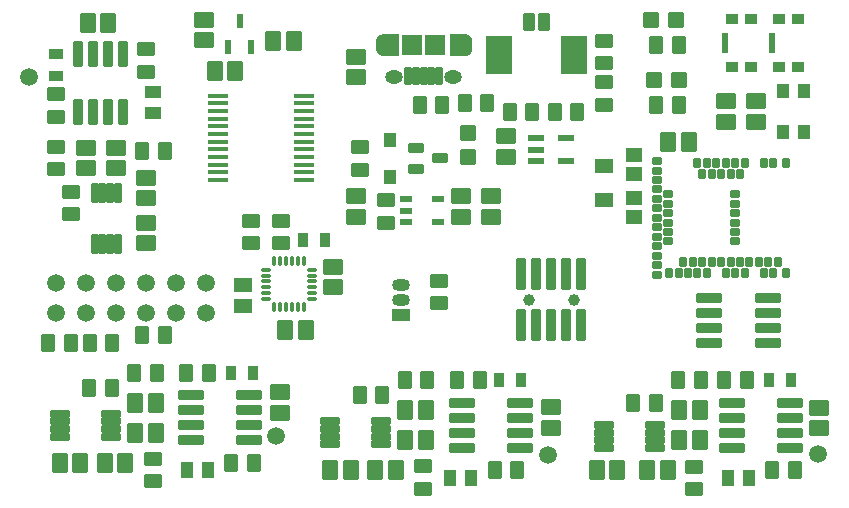
<source format=gbr>
%TF.GenerationSoftware,KiCad,Pcbnew,7.0.10*%
%TF.CreationDate,2024-11-19T10:35:13-08:00*%
%TF.ProjectId,pcb,7063622e-6b69-4636-9164-5f7063625858,rev?*%
%TF.SameCoordinates,Original*%
%TF.FileFunction,Soldermask,Top*%
%TF.FilePolarity,Negative*%
%FSLAX46Y46*%
G04 Gerber Fmt 4.6, Leading zero omitted, Abs format (unit mm)*
G04 Created by KiCad (PCBNEW 7.0.10) date 2024-11-19 10:35:13*
%MOMM*%
%LPD*%
G01*
G04 APERTURE LIST*
G04 Aperture macros list*
%AMRoundRect*
0 Rectangle with rounded corners*
0 $1 Rounding radius*
0 $2 $3 $4 $5 $6 $7 $8 $9 X,Y pos of 4 corners*
0 Add a 4 corners polygon primitive as box body*
4,1,4,$2,$3,$4,$5,$6,$7,$8,$9,$2,$3,0*
0 Add four circle primitives for the rounded corners*
1,1,$1+$1,$2,$3*
1,1,$1+$1,$4,$5*
1,1,$1+$1,$6,$7*
1,1,$1+$1,$8,$9*
0 Add four rect primitives between the rounded corners*
20,1,$1+$1,$2,$3,$4,$5,0*
20,1,$1+$1,$4,$5,$6,$7,0*
20,1,$1+$1,$6,$7,$8,$9,0*
20,1,$1+$1,$8,$9,$2,$3,0*%
G04 Aperture macros list end*
%ADD10C,0.010000*%
%ADD11O,1.495000X1.520000*%
%ADD12RoundRect,0.102000X-0.735000X0.580000X-0.735000X-0.580000X0.735000X-0.580000X0.735000X0.580000X0*%
%ADD13RoundRect,0.102000X0.580000X0.735000X-0.580000X0.735000X-0.580000X-0.735000X0.580000X-0.735000X0*%
%ADD14R,0.855600X1.250000*%
%ADD15RoundRect,0.102000X0.600000X-0.550000X0.600000X0.550000X-0.600000X0.550000X-0.600000X-0.550000X0*%
%ADD16RoundRect,0.102000X-0.460000X-0.690000X0.460000X-0.690000X0.460000X0.690000X-0.460000X0.690000X0*%
%ADD17R,1.117600X1.447800*%
%ADD18RoundRect,0.102000X-0.580000X-0.735000X0.580000X-0.735000X0.580000X0.735000X-0.580000X0.735000X0*%
%ADD19RoundRect,0.102000X0.735000X-0.580000X0.735000X0.580000X-0.735000X0.580000X-0.735000X-0.580000X0*%
%ADD20R,1.500000X1.050000*%
%ADD21O,1.500000X1.050000*%
%ADD22RoundRect,0.102000X-0.690000X0.460000X-0.690000X-0.460000X0.690000X-0.460000X0.690000X0.460000X0*%
%ADD23R,1.250000X0.855600*%
%ADD24R,1.320800X0.508000*%
%ADD25RoundRect,0.102000X0.690000X-0.525000X0.690000X0.525000X-0.690000X0.525000X-0.690000X-0.525000X0*%
%ADD26RoundRect,0.101750X-0.590250X-0.305250X0.590250X-0.305250X0.590250X0.305250X-0.590250X0.305250X0*%
%ADD27RoundRect,0.085500X-0.751500X-0.256500X0.751500X-0.256500X0.751500X0.256500X-0.751500X0.256500X0*%
%ADD28RoundRect,0.102000X0.460000X0.690000X-0.460000X0.690000X-0.460000X-0.690000X0.460000X-0.690000X0*%
%ADD29RoundRect,0.102000X-0.550000X-0.600000X0.550000X-0.600000X0.550000X0.600000X-0.550000X0.600000X0*%
%ADD30RoundRect,0.102000X-0.985000X-0.285000X0.985000X-0.285000X0.985000X0.285000X-0.985000X0.285000X0*%
%ADD31RoundRect,0.085500X0.256500X-0.751500X0.256500X0.751500X-0.256500X0.751500X-0.256500X-0.751500X0*%
%ADD32R,1.449997X1.305598*%
%ADD33RoundRect,0.102000X0.690000X-0.460000X0.690000X0.460000X-0.690000X0.460000X-0.690000X-0.460000X0*%
%ADD34RoundRect,0.102000X0.285000X-0.985000X0.285000X0.985000X-0.285000X0.985000X-0.285000X-0.985000X0*%
%ADD35RoundRect,0.076200X-0.400000X-0.650000X0.400000X-0.650000X0.400000X0.650000X-0.400000X0.650000X0*%
%ADD36RoundRect,0.076200X-1.050000X-1.500000X1.050000X-1.500000X1.050000X1.500000X-1.050000X1.500000X0*%
%ADD37R,1.092200X1.143000*%
%ADD38RoundRect,0.102000X-0.200000X0.300000X-0.200000X-0.300000X0.200000X-0.300000X0.200000X0.300000X0*%
%ADD39RoundRect,0.102000X-0.300000X0.200000X-0.300000X-0.200000X0.300000X-0.200000X0.300000X0.200000X0*%
%ADD40R,1.600200X1.168400*%
%ADD41C,1.000000*%
%ADD42RoundRect,0.050800X0.380000X1.300000X-0.380000X1.300000X-0.380000X-1.300000X0.380000X-1.300000X0*%
%ADD43R,0.990600X0.889000*%
%ADD44R,0.558800X1.701800*%
%ADD45RoundRect,0.075000X-0.350000X-0.075000X0.350000X-0.075000X0.350000X0.075000X-0.350000X0.075000X0*%
%ADD46RoundRect,0.075000X0.075000X-0.350000X0.075000X0.350000X-0.075000X0.350000X-0.075000X-0.350000X0*%
%ADD47R,1.447800X1.117600*%
%ADD48R,1.663700X0.431800*%
%ADD49RoundRect,0.102000X0.425000X-0.500000X0.425000X0.500000X-0.425000X0.500000X-0.425000X-0.500000X0*%
%ADD50R,0.558800X1.193800*%
%ADD51RoundRect,0.102000X0.200000X0.675000X-0.200000X0.675000X-0.200000X-0.675000X0.200000X-0.675000X0*%
%ADD52RoundRect,0.102000X0.750000X0.775000X-0.750000X0.775000X-0.750000X-0.775000X0.750000X-0.775000X0*%
%ADD53O,1.504000X1.154000*%
%ADD54R,1.003300X0.508000*%
G04 APERTURE END LIST*
%TO.C,J1*%
D10*
X166069317Y-88190340D02*
X166101317Y-88192340D01*
X166132317Y-88196340D01*
X166163317Y-88202340D01*
X166193317Y-88209340D01*
X166223317Y-88218340D01*
X166253317Y-88229340D01*
X166282317Y-88241340D01*
X166310317Y-88254340D01*
X166338317Y-88269340D01*
X166365317Y-88286340D01*
X166391317Y-88304340D01*
X166416317Y-88323340D01*
X166439317Y-88343340D01*
X166462317Y-88365340D01*
X166484317Y-88388340D01*
X166504317Y-88411340D01*
X166523317Y-88436340D01*
X166541317Y-88462340D01*
X166558317Y-88489340D01*
X166573317Y-88517340D01*
X166586317Y-88545340D01*
X166598317Y-88574340D01*
X166609317Y-88604340D01*
X166618317Y-88634340D01*
X166625317Y-88664340D01*
X166631317Y-88695340D01*
X166635317Y-88726340D01*
X166637317Y-88758340D01*
X166638317Y-88789340D01*
X166638317Y-89339340D01*
X166637317Y-89370340D01*
X166635317Y-89402340D01*
X166631317Y-89433340D01*
X166625317Y-89464340D01*
X166618317Y-89494340D01*
X166609317Y-89524340D01*
X166598317Y-89554340D01*
X166586317Y-89583340D01*
X166573317Y-89611340D01*
X166558317Y-89639340D01*
X166541317Y-89666340D01*
X166523317Y-89692340D01*
X166504317Y-89717340D01*
X166484317Y-89740340D01*
X166462317Y-89763340D01*
X166439317Y-89785340D01*
X166416317Y-89805340D01*
X166391317Y-89824340D01*
X166365317Y-89842340D01*
X166338317Y-89859340D01*
X166310317Y-89874340D01*
X166282317Y-89887340D01*
X166253317Y-89899340D01*
X166223317Y-89910340D01*
X166193317Y-89919340D01*
X166163317Y-89926340D01*
X166132317Y-89932340D01*
X166101317Y-89936340D01*
X166069317Y-89938340D01*
X166038317Y-89939340D01*
X164793317Y-89939340D01*
X164793317Y-88189340D01*
X166038317Y-88189340D01*
X166069317Y-88190340D01*
G36*
X166069317Y-88190340D02*
G01*
X166101317Y-88192340D01*
X166132317Y-88196340D01*
X166163317Y-88202340D01*
X166193317Y-88209340D01*
X166223317Y-88218340D01*
X166253317Y-88229340D01*
X166282317Y-88241340D01*
X166310317Y-88254340D01*
X166338317Y-88269340D01*
X166365317Y-88286340D01*
X166391317Y-88304340D01*
X166416317Y-88323340D01*
X166439317Y-88343340D01*
X166462317Y-88365340D01*
X166484317Y-88388340D01*
X166504317Y-88411340D01*
X166523317Y-88436340D01*
X166541317Y-88462340D01*
X166558317Y-88489340D01*
X166573317Y-88517340D01*
X166586317Y-88545340D01*
X166598317Y-88574340D01*
X166609317Y-88604340D01*
X166618317Y-88634340D01*
X166625317Y-88664340D01*
X166631317Y-88695340D01*
X166635317Y-88726340D01*
X166637317Y-88758340D01*
X166638317Y-88789340D01*
X166638317Y-89339340D01*
X166637317Y-89370340D01*
X166635317Y-89402340D01*
X166631317Y-89433340D01*
X166625317Y-89464340D01*
X166618317Y-89494340D01*
X166609317Y-89524340D01*
X166598317Y-89554340D01*
X166586317Y-89583340D01*
X166573317Y-89611340D01*
X166558317Y-89639340D01*
X166541317Y-89666340D01*
X166523317Y-89692340D01*
X166504317Y-89717340D01*
X166484317Y-89740340D01*
X166462317Y-89763340D01*
X166439317Y-89785340D01*
X166416317Y-89805340D01*
X166391317Y-89824340D01*
X166365317Y-89842340D01*
X166338317Y-89859340D01*
X166310317Y-89874340D01*
X166282317Y-89887340D01*
X166253317Y-89899340D01*
X166223317Y-89910340D01*
X166193317Y-89919340D01*
X166163317Y-89926340D01*
X166132317Y-89932340D01*
X166101317Y-89936340D01*
X166069317Y-89938340D01*
X166038317Y-89939340D01*
X164793317Y-89939340D01*
X164793317Y-88189340D01*
X166038317Y-88189340D01*
X166069317Y-88190340D01*
G37*
X160393317Y-89939340D02*
X159148317Y-89939340D01*
X159117317Y-89938340D01*
X159085317Y-89936340D01*
X159054317Y-89932340D01*
X159023317Y-89926340D01*
X158993317Y-89919340D01*
X158963317Y-89910340D01*
X158933317Y-89899340D01*
X158904317Y-89887340D01*
X158876317Y-89874340D01*
X158848317Y-89859340D01*
X158821317Y-89842340D01*
X158795317Y-89824340D01*
X158770317Y-89805340D01*
X158747317Y-89785340D01*
X158724317Y-89763340D01*
X158702317Y-89740340D01*
X158682317Y-89717340D01*
X158663317Y-89692340D01*
X158645317Y-89666340D01*
X158628317Y-89639340D01*
X158613317Y-89611340D01*
X158600317Y-89583340D01*
X158588317Y-89554340D01*
X158577317Y-89524340D01*
X158568317Y-89494340D01*
X158561317Y-89464340D01*
X158555317Y-89433340D01*
X158551317Y-89402340D01*
X158549317Y-89370340D01*
X158548317Y-89339340D01*
X158548317Y-88789340D01*
X158549317Y-88758340D01*
X158551317Y-88726340D01*
X158555317Y-88695340D01*
X158561317Y-88664340D01*
X158568317Y-88634340D01*
X158577317Y-88604340D01*
X158588317Y-88574340D01*
X158600317Y-88545340D01*
X158613317Y-88517340D01*
X158628317Y-88489340D01*
X158645317Y-88462340D01*
X158663317Y-88436340D01*
X158682317Y-88411340D01*
X158702317Y-88388340D01*
X158724317Y-88365340D01*
X158747317Y-88343340D01*
X158770317Y-88323340D01*
X158795317Y-88304340D01*
X158821317Y-88286340D01*
X158848317Y-88269340D01*
X158876317Y-88254340D01*
X158904317Y-88241340D01*
X158933317Y-88229340D01*
X158963317Y-88218340D01*
X158993317Y-88209340D01*
X159023317Y-88202340D01*
X159054317Y-88196340D01*
X159085317Y-88192340D01*
X159117317Y-88190340D01*
X159148317Y-88189340D01*
X160393317Y-88189340D01*
X160393317Y-89939340D01*
G36*
X160393317Y-89939340D02*
G01*
X159148317Y-89939340D01*
X159117317Y-89938340D01*
X159085317Y-89936340D01*
X159054317Y-89932340D01*
X159023317Y-89926340D01*
X158993317Y-89919340D01*
X158963317Y-89910340D01*
X158933317Y-89899340D01*
X158904317Y-89887340D01*
X158876317Y-89874340D01*
X158848317Y-89859340D01*
X158821317Y-89842340D01*
X158795317Y-89824340D01*
X158770317Y-89805340D01*
X158747317Y-89785340D01*
X158724317Y-89763340D01*
X158702317Y-89740340D01*
X158682317Y-89717340D01*
X158663317Y-89692340D01*
X158645317Y-89666340D01*
X158628317Y-89639340D01*
X158613317Y-89611340D01*
X158600317Y-89583340D01*
X158588317Y-89554340D01*
X158577317Y-89524340D01*
X158568317Y-89494340D01*
X158561317Y-89464340D01*
X158555317Y-89433340D01*
X158551317Y-89402340D01*
X158549317Y-89370340D01*
X158548317Y-89339340D01*
X158548317Y-88789340D01*
X158549317Y-88758340D01*
X158551317Y-88726340D01*
X158555317Y-88695340D01*
X158561317Y-88664340D01*
X158568317Y-88634340D01*
X158577317Y-88604340D01*
X158588317Y-88574340D01*
X158600317Y-88545340D01*
X158613317Y-88517340D01*
X158628317Y-88489340D01*
X158645317Y-88462340D01*
X158663317Y-88436340D01*
X158682317Y-88411340D01*
X158702317Y-88388340D01*
X158724317Y-88365340D01*
X158747317Y-88343340D01*
X158770317Y-88323340D01*
X158795317Y-88304340D01*
X158821317Y-88286340D01*
X158848317Y-88269340D01*
X158876317Y-88254340D01*
X158904317Y-88241340D01*
X158933317Y-88229340D01*
X158963317Y-88218340D01*
X158993317Y-88209340D01*
X159023317Y-88202340D01*
X159054317Y-88196340D01*
X159085317Y-88192340D01*
X159117317Y-88190340D01*
X159148317Y-88189340D01*
X160393317Y-88189340D01*
X160393317Y-89939340D01*
G37*
%TD*%
D11*
%TO.C,U19*%
X196000000Y-123730000D03*
%TD*%
%TO.C,U18*%
X173150000Y-123810000D03*
%TD*%
%TO.C,U17*%
X129180000Y-91840000D03*
%TD*%
%TO.C,U16*%
X150050000Y-122230000D03*
%TD*%
D12*
%TO.C,C45*%
X143970000Y-86965000D03*
X143970000Y-88715000D03*
%TD*%
D13*
%TO.C,C44*%
X144885000Y-91310000D03*
X146635000Y-91310000D03*
%TD*%
%TO.C,C43*%
X151615000Y-88770000D03*
X149865000Y-88770000D03*
%TD*%
D14*
%TO.C,C22*%
X168959400Y-117475000D03*
X170815000Y-117475000D03*
%TD*%
D15*
%TO.C,D3*%
X166370000Y-96520000D03*
X166370000Y-98620000D03*
%TD*%
D16*
%TO.C,R3*%
X180335000Y-119405000D03*
X182245000Y-119405000D03*
%TD*%
D14*
%TO.C,C32*%
X191862200Y-117500000D03*
X193717800Y-117500000D03*
%TD*%
D13*
%TO.C,C4*%
X162800000Y-122555000D03*
X161050000Y-122555000D03*
%TD*%
D17*
%TO.C,C33*%
X188328300Y-125730000D03*
X190131700Y-125730000D03*
%TD*%
D13*
%TO.C,C15*%
X162800000Y-120015000D03*
X161050000Y-120015000D03*
%TD*%
D18*
%TO.C,C19*%
X158510000Y-125095000D03*
X160260000Y-125095000D03*
%TD*%
D19*
%TO.C,C28*%
X139065000Y-105890000D03*
X139065000Y-104140000D03*
%TD*%
D13*
%TO.C,C2*%
X152640000Y-113194340D03*
X150890000Y-113194340D03*
%TD*%
D20*
%TO.C,U2*%
X160689117Y-111924340D03*
D21*
X160689117Y-110654340D03*
X160689117Y-109384340D03*
%TD*%
D22*
%TO.C,R26*%
X150495000Y-103984340D03*
X150495000Y-105894340D03*
%TD*%
D23*
%TO.C,C29*%
X131445000Y-91732800D03*
X131445000Y-89877200D03*
%TD*%
D22*
%TO.C,R11*%
X185485000Y-124800000D03*
X185485000Y-126710000D03*
%TD*%
D24*
%TO.C,U8*%
X172085000Y-97004339D03*
X172085000Y-97954340D03*
X172085000Y-98904341D03*
X174675800Y-98904341D03*
X174675800Y-97004339D03*
%TD*%
D25*
%TO.C,C1*%
X147320000Y-111200140D03*
X147320000Y-109424140D03*
%TD*%
D16*
%TO.C,R22*%
X138745000Y-113665000D03*
X140655000Y-113665000D03*
%TD*%
%TO.C,R9*%
X169894117Y-94779340D03*
X171804117Y-94779340D03*
%TD*%
D26*
%TO.C,Q3*%
X161908317Y-97789340D03*
X161908317Y-99619340D03*
X163958317Y-98704340D03*
%TD*%
D16*
%TO.C,R20*%
X138745000Y-98030000D03*
X140655000Y-98030000D03*
%TD*%
D27*
%TO.C,U5*%
X154695000Y-120945000D03*
X154695000Y-121595000D03*
X154695000Y-122245000D03*
X154695000Y-122895000D03*
X158995000Y-122895000D03*
X158995000Y-122245000D03*
X158995000Y-121595000D03*
X158995000Y-120945000D03*
%TD*%
D12*
%TO.C,C38*%
X154940000Y-107874340D03*
X154940000Y-109624340D03*
%TD*%
D28*
%TO.C,R13*%
X162880000Y-117475000D03*
X160970000Y-117475000D03*
%TD*%
D29*
%TO.C,D1*%
X183954117Y-86995000D03*
X181854117Y-86995000D03*
%TD*%
D30*
%TO.C,U15*%
X188660000Y-119405000D03*
X188660000Y-120675000D03*
X188660000Y-121945000D03*
X188660000Y-123215000D03*
X193610000Y-123215000D03*
X193610000Y-121945000D03*
X193610000Y-120675000D03*
X193610000Y-119405000D03*
%TD*%
D31*
%TO.C,U10*%
X134739201Y-105917550D03*
X135389201Y-105917550D03*
X136039201Y-105917550D03*
X136689201Y-105917550D03*
X136689201Y-101617550D03*
X136039201Y-101617550D03*
X135389201Y-101617550D03*
X134739201Y-101617550D03*
%TD*%
D16*
%TO.C,R17*%
X165415000Y-117475000D03*
X167325000Y-117475000D03*
%TD*%
D32*
%TO.C,C6*%
X180374117Y-102063742D03*
X180374117Y-103669340D03*
%TD*%
D33*
%TO.C,R19*%
X132715000Y-103430000D03*
X132715000Y-101520000D03*
%TD*%
D16*
%TO.C,R6*%
X182274117Y-89064340D03*
X184184117Y-89064340D03*
%TD*%
%TO.C,R2*%
X166050000Y-93980000D03*
X167960000Y-93980000D03*
%TD*%
%TO.C,R34*%
X146285000Y-124446400D03*
X148195000Y-124446400D03*
%TD*%
D18*
%TO.C,C17*%
X177240000Y-125120000D03*
X178990000Y-125120000D03*
%TD*%
D16*
%TO.C,R14*%
X157160000Y-118745000D03*
X159070000Y-118745000D03*
%TD*%
D13*
%TO.C,C34*%
X139925000Y-119366400D03*
X138175000Y-119366400D03*
%TD*%
%TO.C,C16*%
X185975000Y-122580000D03*
X184225000Y-122580000D03*
%TD*%
D16*
%TO.C,R16*%
X168590000Y-125095000D03*
X170500000Y-125095000D03*
%TD*%
D34*
%TO.C,U11*%
X133350000Y-94790000D03*
X134620000Y-94790000D03*
X135890000Y-94790000D03*
X137160000Y-94790000D03*
X137160000Y-89840000D03*
X135890000Y-89840000D03*
X134620000Y-89840000D03*
X133350000Y-89840000D03*
%TD*%
D19*
%TO.C,C7*%
X190731617Y-95611840D03*
X190731617Y-93861840D03*
%TD*%
D32*
%TO.C,C5*%
X180374117Y-100027139D03*
X180374117Y-98421541D03*
%TD*%
D35*
%TO.C,J2*%
X171494117Y-87159340D03*
X172744117Y-87159340D03*
D36*
X168944117Y-89909340D03*
X175294117Y-89909340D03*
%TD*%
D16*
%TO.C,R5*%
X134300000Y-114300000D03*
X136210000Y-114300000D03*
%TD*%
D22*
%TO.C,R36*%
X159368317Y-102230000D03*
X159368317Y-104140000D03*
%TD*%
D16*
%TO.C,R28*%
X188025000Y-117500000D03*
X189935000Y-117500000D03*
%TD*%
D17*
%TO.C,C23*%
X164833300Y-125730000D03*
X166636700Y-125730000D03*
%TD*%
D33*
%TO.C,R30*%
X131445000Y-95175000D03*
X131445000Y-93265000D03*
%TD*%
D12*
%TO.C,C13*%
X169545000Y-96839340D03*
X169545000Y-98589340D03*
%TD*%
D29*
%TO.C,D4*%
X184184117Y-92075000D03*
X182084117Y-92075000D03*
%TD*%
D30*
%TO.C,U13*%
X142860000Y-118731400D03*
X142860000Y-120001400D03*
X142860000Y-121271400D03*
X142860000Y-122541400D03*
X147810000Y-122541400D03*
X147810000Y-121271400D03*
X147810000Y-120001400D03*
X147810000Y-118731400D03*
%TD*%
D13*
%TO.C,C36*%
X133510000Y-124446400D03*
X131760000Y-124446400D03*
%TD*%
D37*
%TO.C,D2*%
X159758317Y-97167640D03*
X159758317Y-100241040D03*
%TD*%
D19*
%TO.C,C10*%
X168258317Y-103669340D03*
X168258317Y-101919340D03*
%TD*%
D16*
%TO.C,R10*%
X182274117Y-94144340D03*
X184184117Y-94144340D03*
%TD*%
%TO.C,R35*%
X142475000Y-116826400D03*
X144385000Y-116826400D03*
%TD*%
D22*
%TO.C,R18*%
X131445000Y-97710000D03*
X131445000Y-99620000D03*
%TD*%
D19*
%TO.C,C8*%
X156845000Y-91844340D03*
X156845000Y-90094340D03*
%TD*%
D16*
%TO.C,R29*%
X192085000Y-125120000D03*
X193995000Y-125120000D03*
%TD*%
D22*
%TO.C,R25*%
X147955000Y-103984340D03*
X147955000Y-105894340D03*
%TD*%
%TO.C,R38*%
X177834117Y-92239340D03*
X177834117Y-94149340D03*
%TD*%
D38*
%TO.C,MDBT1*%
X193270000Y-99079340D03*
X192170000Y-99079340D03*
X191370000Y-99079340D03*
X189770000Y-99079340D03*
X189370000Y-99979340D03*
X188970000Y-99079340D03*
X188570000Y-99979340D03*
X188170000Y-99079340D03*
X187770000Y-99979340D03*
X187370000Y-99079340D03*
X186970000Y-99979340D03*
X186570000Y-99079340D03*
X186170000Y-99979340D03*
X185770000Y-99079340D03*
D39*
X182370000Y-98929340D03*
X182370000Y-99729340D03*
X182370000Y-100529340D03*
X182370000Y-101329340D03*
X183270000Y-101729340D03*
X182370000Y-102129340D03*
X183270000Y-102529340D03*
X182370000Y-102929340D03*
X183270000Y-103329340D03*
X182370000Y-103729340D03*
X183270000Y-104129340D03*
X182370000Y-104529340D03*
X183270000Y-104929340D03*
X182370000Y-105329340D03*
X183270000Y-105729340D03*
X182370000Y-106129340D03*
X182370000Y-106929340D03*
X182370000Y-107729340D03*
X182370000Y-108529340D03*
D38*
X183370000Y-108379340D03*
X184170000Y-108379340D03*
X184570000Y-107479340D03*
X184970000Y-108379340D03*
X185370000Y-107479340D03*
X185770000Y-108379340D03*
X186170000Y-107479340D03*
X186570000Y-108379340D03*
X186970000Y-107479340D03*
X187770000Y-107479340D03*
X188170000Y-108379340D03*
X188570000Y-107479340D03*
X188970000Y-108379340D03*
X189370000Y-107479340D03*
X189770000Y-108379340D03*
X190170000Y-107479340D03*
X190970000Y-107479340D03*
X191370000Y-108379340D03*
X191770000Y-107479340D03*
X192170000Y-108379340D03*
X192570000Y-107479340D03*
X193270000Y-108379340D03*
D39*
X188970000Y-101729340D03*
X188970000Y-102529340D03*
X188970000Y-103329340D03*
X188970000Y-104129340D03*
X188970000Y-104929340D03*
X188970000Y-105729340D03*
%TD*%
D40*
%TO.C,Y1*%
X177834117Y-99371342D03*
X177834117Y-102216142D03*
%TD*%
D41*
%TO.C,X1*%
X175294117Y-110654340D03*
X171484117Y-110654340D03*
D42*
X175929117Y-108504340D03*
X175929117Y-112804340D03*
X174659117Y-108504340D03*
X174659117Y-112804340D03*
X173389117Y-108504340D03*
X173389117Y-112804340D03*
X172119117Y-108504340D03*
X172119117Y-112804340D03*
X170849117Y-108504340D03*
X170849117Y-112804340D03*
%TD*%
D43*
%TO.C,SW2*%
X192680000Y-90969996D03*
X192680000Y-86870000D03*
X194280002Y-90969996D03*
X194280002Y-86870000D03*
D44*
X192055000Y-88919998D03*
%TD*%
D11*
%TO.C,U3*%
X131445000Y-109220000D03*
X131445000Y-111760000D03*
X133985000Y-109220000D03*
X133985000Y-111760000D03*
X136525000Y-109220000D03*
X136525000Y-111760000D03*
X139065000Y-109220000D03*
X139065000Y-111760000D03*
X141605000Y-109220000D03*
X141605000Y-111760000D03*
X144145000Y-109220000D03*
X144145000Y-111760000D03*
%TD*%
D16*
%TO.C,R32*%
X134285000Y-118096400D03*
X136195000Y-118096400D03*
%TD*%
D22*
%TO.C,R33*%
X139685000Y-124126400D03*
X139685000Y-126036400D03*
%TD*%
D28*
%TO.C,R12*%
X186055000Y-117500000D03*
X184145000Y-117500000D03*
%TD*%
D22*
%TO.C,R27*%
X163864117Y-109064340D03*
X163864117Y-110974340D03*
%TD*%
D12*
%TO.C,C20*%
X173355000Y-119775000D03*
X173355000Y-121525000D03*
%TD*%
D22*
%TO.C,R7*%
X157218317Y-97749340D03*
X157218317Y-99659340D03*
%TD*%
D13*
%TO.C,C18*%
X185975000Y-120040000D03*
X184225000Y-120040000D03*
%TD*%
D43*
%TO.C,SW1*%
X188709998Y-90999996D03*
X188709998Y-86900000D03*
X190310000Y-90999996D03*
X190310000Y-86900000D03*
D44*
X188084998Y-88949998D03*
%TD*%
D45*
%TO.C,U1*%
X149225000Y-108114340D03*
X149225000Y-108614340D03*
X149225000Y-109114340D03*
X149225000Y-109614340D03*
X149225000Y-110114340D03*
X149225000Y-110614340D03*
D46*
X149925000Y-111314340D03*
X150425000Y-111314340D03*
X150925000Y-111314340D03*
X151425000Y-111314340D03*
X151925000Y-111314340D03*
X152425000Y-111314340D03*
D45*
X153125000Y-110614340D03*
X153125000Y-110114340D03*
X153125000Y-109614340D03*
X153125000Y-109114340D03*
X153125000Y-108614340D03*
X153125000Y-108114340D03*
D46*
X152425000Y-107414340D03*
X151925000Y-107414340D03*
X151425000Y-107414340D03*
X150925000Y-107414340D03*
X150425000Y-107414340D03*
X149925000Y-107414340D03*
%TD*%
D16*
%TO.C,R8*%
X173678717Y-94779340D03*
X175588717Y-94779340D03*
%TD*%
D12*
%TO.C,C3*%
X196030000Y-119800000D03*
X196030000Y-121550000D03*
%TD*%
D30*
%TO.C,IC1*%
X186789117Y-110490000D03*
X186789117Y-111760000D03*
X186789117Y-113030000D03*
X186789117Y-114300000D03*
X191739117Y-114300000D03*
X191739117Y-113030000D03*
X191739117Y-111760000D03*
X191739117Y-110490000D03*
%TD*%
D18*
%TO.C,C35*%
X135570000Y-124446400D03*
X137320000Y-124446400D03*
%TD*%
D19*
%TO.C,C40*%
X150415000Y-120241400D03*
X150415000Y-118491400D03*
%TD*%
D33*
%TO.C,R21*%
X139065000Y-91365000D03*
X139065000Y-89455000D03*
%TD*%
D19*
%TO.C,C9*%
X188191617Y-95611840D03*
X188191617Y-93861840D03*
%TD*%
D27*
%TO.C,U12*%
X131820000Y-120296400D03*
X131820000Y-120946400D03*
X131820000Y-121596400D03*
X131820000Y-122246400D03*
X136120000Y-122246400D03*
X136120000Y-121596400D03*
X136120000Y-120946400D03*
X136120000Y-120296400D03*
%TD*%
D19*
%TO.C,C14*%
X165718317Y-103669340D03*
X165718317Y-101919340D03*
%TD*%
D13*
%TO.C,C37*%
X183250000Y-125120000D03*
X181500000Y-125120000D03*
%TD*%
D30*
%TO.C,U9*%
X165800000Y-119380000D03*
X165800000Y-120650000D03*
X165800000Y-121920000D03*
X165800000Y-123190000D03*
X170750000Y-123190000D03*
X170750000Y-121920000D03*
X170750000Y-120650000D03*
X170750000Y-119380000D03*
%TD*%
D47*
%TO.C,C30*%
X139700000Y-94855000D03*
X139700000Y-93051600D03*
%TD*%
D14*
%TO.C,C39*%
X152400000Y-105574340D03*
X154255600Y-105574340D03*
%TD*%
D22*
%TO.C,R37*%
X177834117Y-88744340D03*
X177834117Y-90654340D03*
%TD*%
%TO.C,R15*%
X162560000Y-124775000D03*
X162560000Y-126685000D03*
%TD*%
D48*
%TO.C,U6*%
X152434117Y-93389340D03*
X152434117Y-94039341D03*
X152434117Y-94689340D03*
X152434117Y-95339341D03*
X152434117Y-95989340D03*
X152434117Y-96639341D03*
X152434117Y-97289340D03*
X152434117Y-97939338D03*
X152434117Y-98589340D03*
X152434117Y-99239338D03*
X152434117Y-99889339D03*
X152434117Y-100539338D03*
X145182417Y-100539338D03*
X145182417Y-99889337D03*
X145182417Y-99239338D03*
X145182417Y-98589337D03*
X145182417Y-97939338D03*
X145182417Y-97289337D03*
X145182417Y-96639338D03*
X145182417Y-95989337D03*
X145182417Y-95339338D03*
X145182417Y-94689337D03*
X145182417Y-94039339D03*
X145182417Y-93389340D03*
%TD*%
D16*
%TO.C,R1*%
X162240000Y-94144340D03*
X164150000Y-94144340D03*
%TD*%
D49*
%TO.C,D5*%
X193031617Y-96486840D03*
X194781617Y-96486840D03*
X194781617Y-92986840D03*
X193031617Y-92986840D03*
%TD*%
D50*
%TO.C,U14*%
X146050000Y-89250000D03*
X147950002Y-89250000D03*
X147000001Y-87091000D03*
%TD*%
D28*
%TO.C,R31*%
X140005000Y-116840000D03*
X138095000Y-116840000D03*
%TD*%
D18*
%TO.C,C27*%
X134140000Y-87235000D03*
X135890000Y-87235000D03*
%TD*%
D19*
%TO.C,C12*%
X156845000Y-103669340D03*
X156845000Y-101919340D03*
%TD*%
D13*
%TO.C,C31*%
X139925000Y-121906400D03*
X138175000Y-121906400D03*
%TD*%
D18*
%TO.C,C11*%
X183309117Y-97319340D03*
X185059117Y-97319340D03*
%TD*%
D51*
%TO.C,J1*%
X163893317Y-91739340D03*
X163243317Y-91739340D03*
X162593317Y-91739340D03*
X161943317Y-91739340D03*
X161293317Y-91739340D03*
D52*
X161593317Y-89064340D03*
X163593317Y-89064340D03*
D53*
X165093317Y-91764340D03*
X160093317Y-91764340D03*
%TD*%
D12*
%TO.C,C25*%
X133985000Y-97790000D03*
X133985000Y-99540000D03*
%TD*%
D16*
%TO.C,R4*%
X130805000Y-114300000D03*
X132715000Y-114300000D03*
%TD*%
D18*
%TO.C,C21*%
X154700000Y-125095000D03*
X156450000Y-125095000D03*
%TD*%
D12*
%TO.C,C24*%
X136525000Y-97790000D03*
X136525000Y-99540000D03*
%TD*%
D54*
%TO.C,U7*%
X161108217Y-102159340D03*
X161108217Y-103109341D03*
X161108217Y-104059342D03*
X163813317Y-104059342D03*
X163813317Y-102159340D03*
%TD*%
D27*
%TO.C,U4*%
X177870000Y-121280000D03*
X177870000Y-121930000D03*
X177870000Y-122580000D03*
X177870000Y-123230000D03*
X182170000Y-123230000D03*
X182170000Y-122580000D03*
X182170000Y-121930000D03*
X182170000Y-121280000D03*
%TD*%
D14*
%TO.C,C41*%
X146312200Y-116826400D03*
X148167800Y-116826400D03*
%TD*%
D17*
%TO.C,C42*%
X142528300Y-125095000D03*
X144331700Y-125095000D03*
%TD*%
D19*
%TO.C,C26*%
X139065000Y-102080000D03*
X139065000Y-100330000D03*
%TD*%
M02*

</source>
